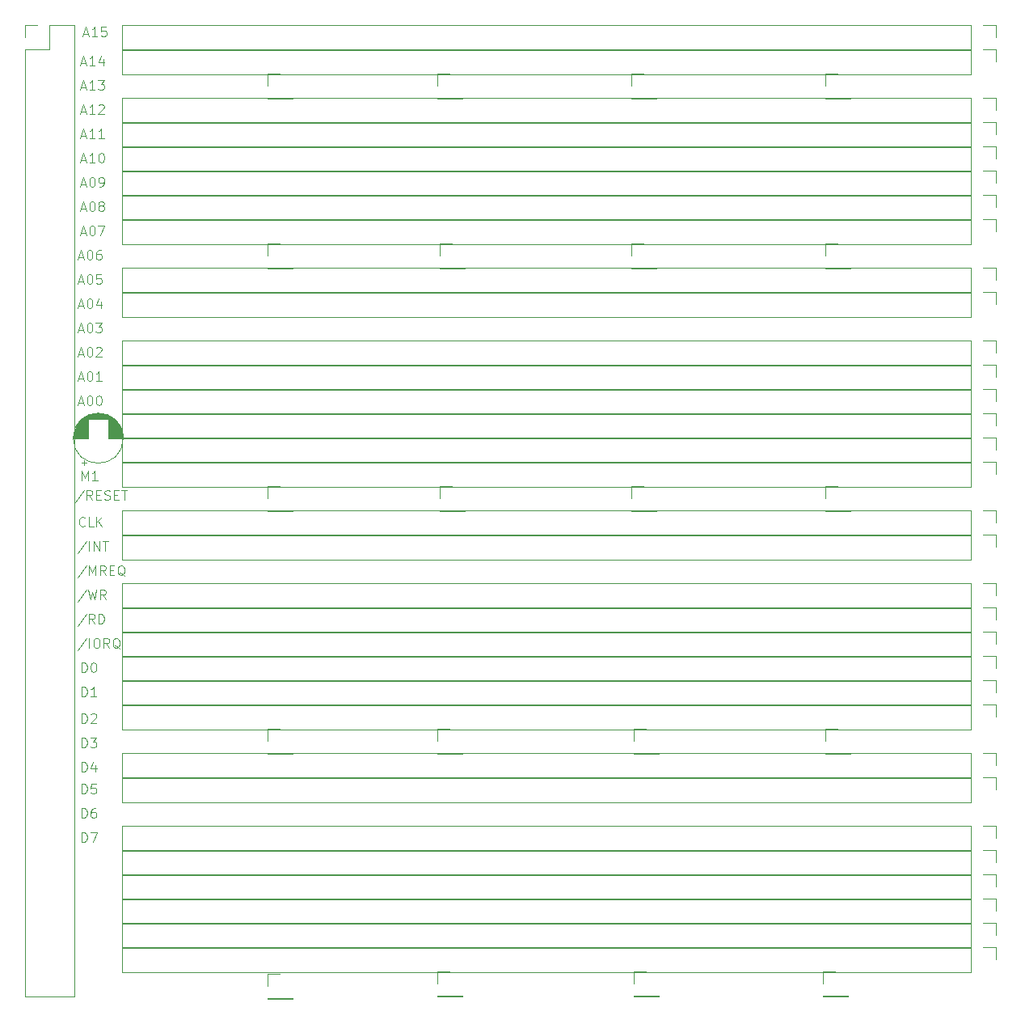
<source format=gbr>
%TF.GenerationSoftware,KiCad,Pcbnew,7.0.11+dfsg-1build4*%
%TF.CreationDate,2024-10-19T09:54:37-03:00*%
%TF.ProjectId,Z5,5a352e6b-6963-4616-945f-706362585858,rev?*%
%TF.SameCoordinates,Original*%
%TF.FileFunction,Legend,Top*%
%TF.FilePolarity,Positive*%
%FSLAX46Y46*%
G04 Gerber Fmt 4.6, Leading zero omitted, Abs format (unit mm)*
G04 Created by KiCad (PCBNEW 7.0.11+dfsg-1build4) date 2024-10-19 09:54:37*
%MOMM*%
%LPD*%
G01*
G04 APERTURE LIST*
%ADD10C,0.100000*%
%ADD11C,0.120000*%
G04 APERTURE END LIST*
D10*
X83361884Y-127634419D02*
X83361884Y-126634419D01*
X83361884Y-126634419D02*
X83599979Y-126634419D01*
X83599979Y-126634419D02*
X83742836Y-126682038D01*
X83742836Y-126682038D02*
X83838074Y-126777276D01*
X83838074Y-126777276D02*
X83885693Y-126872514D01*
X83885693Y-126872514D02*
X83933312Y-127062990D01*
X83933312Y-127062990D02*
X83933312Y-127205847D01*
X83933312Y-127205847D02*
X83885693Y-127396323D01*
X83885693Y-127396323D02*
X83838074Y-127491561D01*
X83838074Y-127491561D02*
X83742836Y-127586800D01*
X83742836Y-127586800D02*
X83599979Y-127634419D01*
X83599979Y-127634419D02*
X83361884Y-127634419D01*
X84266646Y-126634419D02*
X84885693Y-126634419D01*
X84885693Y-126634419D02*
X84552360Y-127015371D01*
X84552360Y-127015371D02*
X84695217Y-127015371D01*
X84695217Y-127015371D02*
X84790455Y-127062990D01*
X84790455Y-127062990D02*
X84838074Y-127110609D01*
X84838074Y-127110609D02*
X84885693Y-127205847D01*
X84885693Y-127205847D02*
X84885693Y-127443942D01*
X84885693Y-127443942D02*
X84838074Y-127539180D01*
X84838074Y-127539180D02*
X84790455Y-127586800D01*
X84790455Y-127586800D02*
X84695217Y-127634419D01*
X84695217Y-127634419D02*
X84409503Y-127634419D01*
X84409503Y-127634419D02*
X84314265Y-127586800D01*
X84314265Y-127586800D02*
X84266646Y-127539180D01*
X83568169Y-100678800D02*
X82711027Y-101964514D01*
X84472931Y-101726419D02*
X84139598Y-101250228D01*
X83901503Y-101726419D02*
X83901503Y-100726419D01*
X83901503Y-100726419D02*
X84282455Y-100726419D01*
X84282455Y-100726419D02*
X84377693Y-100774038D01*
X84377693Y-100774038D02*
X84425312Y-100821657D01*
X84425312Y-100821657D02*
X84472931Y-100916895D01*
X84472931Y-100916895D02*
X84472931Y-101059752D01*
X84472931Y-101059752D02*
X84425312Y-101154990D01*
X84425312Y-101154990D02*
X84377693Y-101202609D01*
X84377693Y-101202609D02*
X84282455Y-101250228D01*
X84282455Y-101250228D02*
X83901503Y-101250228D01*
X84901503Y-101202609D02*
X85234836Y-101202609D01*
X85377693Y-101726419D02*
X84901503Y-101726419D01*
X84901503Y-101726419D02*
X84901503Y-100726419D01*
X84901503Y-100726419D02*
X85377693Y-100726419D01*
X85758646Y-101678800D02*
X85901503Y-101726419D01*
X85901503Y-101726419D02*
X86139598Y-101726419D01*
X86139598Y-101726419D02*
X86234836Y-101678800D01*
X86234836Y-101678800D02*
X86282455Y-101631180D01*
X86282455Y-101631180D02*
X86330074Y-101535942D01*
X86330074Y-101535942D02*
X86330074Y-101440704D01*
X86330074Y-101440704D02*
X86282455Y-101345466D01*
X86282455Y-101345466D02*
X86234836Y-101297847D01*
X86234836Y-101297847D02*
X86139598Y-101250228D01*
X86139598Y-101250228D02*
X85949122Y-101202609D01*
X85949122Y-101202609D02*
X85853884Y-101154990D01*
X85853884Y-101154990D02*
X85806265Y-101107371D01*
X85806265Y-101107371D02*
X85758646Y-101012133D01*
X85758646Y-101012133D02*
X85758646Y-100916895D01*
X85758646Y-100916895D02*
X85806265Y-100821657D01*
X85806265Y-100821657D02*
X85853884Y-100774038D01*
X85853884Y-100774038D02*
X85949122Y-100726419D01*
X85949122Y-100726419D02*
X86187217Y-100726419D01*
X86187217Y-100726419D02*
X86330074Y-100774038D01*
X86758646Y-101202609D02*
X87091979Y-101202609D01*
X87234836Y-101726419D02*
X86758646Y-101726419D01*
X86758646Y-101726419D02*
X86758646Y-100726419D01*
X86758646Y-100726419D02*
X87234836Y-100726419D01*
X87520551Y-100726419D02*
X88091979Y-100726419D01*
X87806265Y-101726419D02*
X87806265Y-100726419D01*
X83314265Y-68674704D02*
X83790455Y-68674704D01*
X83219027Y-68960419D02*
X83552360Y-67960419D01*
X83552360Y-67960419D02*
X83885693Y-68960419D01*
X84409503Y-67960419D02*
X84504741Y-67960419D01*
X84504741Y-67960419D02*
X84599979Y-68008038D01*
X84599979Y-68008038D02*
X84647598Y-68055657D01*
X84647598Y-68055657D02*
X84695217Y-68150895D01*
X84695217Y-68150895D02*
X84742836Y-68341371D01*
X84742836Y-68341371D02*
X84742836Y-68579466D01*
X84742836Y-68579466D02*
X84695217Y-68769942D01*
X84695217Y-68769942D02*
X84647598Y-68865180D01*
X84647598Y-68865180D02*
X84599979Y-68912800D01*
X84599979Y-68912800D02*
X84504741Y-68960419D01*
X84504741Y-68960419D02*
X84409503Y-68960419D01*
X84409503Y-68960419D02*
X84314265Y-68912800D01*
X84314265Y-68912800D02*
X84266646Y-68865180D01*
X84266646Y-68865180D02*
X84219027Y-68769942D01*
X84219027Y-68769942D02*
X84171408Y-68579466D01*
X84171408Y-68579466D02*
X84171408Y-68341371D01*
X84171408Y-68341371D02*
X84219027Y-68150895D01*
X84219027Y-68150895D02*
X84266646Y-68055657D01*
X84266646Y-68055657D02*
X84314265Y-68008038D01*
X84314265Y-68008038D02*
X84409503Y-67960419D01*
X85219027Y-68960419D02*
X85409503Y-68960419D01*
X85409503Y-68960419D02*
X85504741Y-68912800D01*
X85504741Y-68912800D02*
X85552360Y-68865180D01*
X85552360Y-68865180D02*
X85647598Y-68722323D01*
X85647598Y-68722323D02*
X85695217Y-68531847D01*
X85695217Y-68531847D02*
X85695217Y-68150895D01*
X85695217Y-68150895D02*
X85647598Y-68055657D01*
X85647598Y-68055657D02*
X85599979Y-68008038D01*
X85599979Y-68008038D02*
X85504741Y-67960419D01*
X85504741Y-67960419D02*
X85314265Y-67960419D01*
X85314265Y-67960419D02*
X85219027Y-68008038D01*
X85219027Y-68008038D02*
X85171408Y-68055657D01*
X85171408Y-68055657D02*
X85123789Y-68150895D01*
X85123789Y-68150895D02*
X85123789Y-68388990D01*
X85123789Y-68388990D02*
X85171408Y-68484228D01*
X85171408Y-68484228D02*
X85219027Y-68531847D01*
X85219027Y-68531847D02*
X85314265Y-68579466D01*
X85314265Y-68579466D02*
X85504741Y-68579466D01*
X85504741Y-68579466D02*
X85599979Y-68531847D01*
X85599979Y-68531847D02*
X85647598Y-68484228D01*
X85647598Y-68484228D02*
X85695217Y-68388990D01*
X83060265Y-78834704D02*
X83536455Y-78834704D01*
X82965027Y-79120419D02*
X83298360Y-78120419D01*
X83298360Y-78120419D02*
X83631693Y-79120419D01*
X84155503Y-78120419D02*
X84250741Y-78120419D01*
X84250741Y-78120419D02*
X84345979Y-78168038D01*
X84345979Y-78168038D02*
X84393598Y-78215657D01*
X84393598Y-78215657D02*
X84441217Y-78310895D01*
X84441217Y-78310895D02*
X84488836Y-78501371D01*
X84488836Y-78501371D02*
X84488836Y-78739466D01*
X84488836Y-78739466D02*
X84441217Y-78929942D01*
X84441217Y-78929942D02*
X84393598Y-79025180D01*
X84393598Y-79025180D02*
X84345979Y-79072800D01*
X84345979Y-79072800D02*
X84250741Y-79120419D01*
X84250741Y-79120419D02*
X84155503Y-79120419D01*
X84155503Y-79120419D02*
X84060265Y-79072800D01*
X84060265Y-79072800D02*
X84012646Y-79025180D01*
X84012646Y-79025180D02*
X83965027Y-78929942D01*
X83965027Y-78929942D02*
X83917408Y-78739466D01*
X83917408Y-78739466D02*
X83917408Y-78501371D01*
X83917408Y-78501371D02*
X83965027Y-78310895D01*
X83965027Y-78310895D02*
X84012646Y-78215657D01*
X84012646Y-78215657D02*
X84060265Y-78168038D01*
X84060265Y-78168038D02*
X84155503Y-78120419D01*
X85393598Y-78120419D02*
X84917408Y-78120419D01*
X84917408Y-78120419D02*
X84869789Y-78596609D01*
X84869789Y-78596609D02*
X84917408Y-78548990D01*
X84917408Y-78548990D02*
X85012646Y-78501371D01*
X85012646Y-78501371D02*
X85250741Y-78501371D01*
X85250741Y-78501371D02*
X85345979Y-78548990D01*
X85345979Y-78548990D02*
X85393598Y-78596609D01*
X85393598Y-78596609D02*
X85441217Y-78691847D01*
X85441217Y-78691847D02*
X85441217Y-78929942D01*
X85441217Y-78929942D02*
X85393598Y-79025180D01*
X85393598Y-79025180D02*
X85345979Y-79072800D01*
X85345979Y-79072800D02*
X85250741Y-79120419D01*
X85250741Y-79120419D02*
X85012646Y-79120419D01*
X85012646Y-79120419D02*
X84917408Y-79072800D01*
X84917408Y-79072800D02*
X84869789Y-79025180D01*
X83361884Y-125094419D02*
X83361884Y-124094419D01*
X83361884Y-124094419D02*
X83599979Y-124094419D01*
X83599979Y-124094419D02*
X83742836Y-124142038D01*
X83742836Y-124142038D02*
X83838074Y-124237276D01*
X83838074Y-124237276D02*
X83885693Y-124332514D01*
X83885693Y-124332514D02*
X83933312Y-124522990D01*
X83933312Y-124522990D02*
X83933312Y-124665847D01*
X83933312Y-124665847D02*
X83885693Y-124856323D01*
X83885693Y-124856323D02*
X83838074Y-124951561D01*
X83838074Y-124951561D02*
X83742836Y-125046800D01*
X83742836Y-125046800D02*
X83599979Y-125094419D01*
X83599979Y-125094419D02*
X83361884Y-125094419D01*
X84314265Y-124189657D02*
X84361884Y-124142038D01*
X84361884Y-124142038D02*
X84457122Y-124094419D01*
X84457122Y-124094419D02*
X84695217Y-124094419D01*
X84695217Y-124094419D02*
X84790455Y-124142038D01*
X84790455Y-124142038D02*
X84838074Y-124189657D01*
X84838074Y-124189657D02*
X84885693Y-124284895D01*
X84885693Y-124284895D02*
X84885693Y-124380133D01*
X84885693Y-124380133D02*
X84838074Y-124522990D01*
X84838074Y-124522990D02*
X84266646Y-125094419D01*
X84266646Y-125094419D02*
X84885693Y-125094419D01*
X83361884Y-122300419D02*
X83361884Y-121300419D01*
X83361884Y-121300419D02*
X83599979Y-121300419D01*
X83599979Y-121300419D02*
X83742836Y-121348038D01*
X83742836Y-121348038D02*
X83838074Y-121443276D01*
X83838074Y-121443276D02*
X83885693Y-121538514D01*
X83885693Y-121538514D02*
X83933312Y-121728990D01*
X83933312Y-121728990D02*
X83933312Y-121871847D01*
X83933312Y-121871847D02*
X83885693Y-122062323D01*
X83885693Y-122062323D02*
X83838074Y-122157561D01*
X83838074Y-122157561D02*
X83742836Y-122252800D01*
X83742836Y-122252800D02*
X83599979Y-122300419D01*
X83599979Y-122300419D02*
X83361884Y-122300419D01*
X84885693Y-122300419D02*
X84314265Y-122300419D01*
X84599979Y-122300419D02*
X84599979Y-121300419D01*
X84599979Y-121300419D02*
X84504741Y-121443276D01*
X84504741Y-121443276D02*
X84409503Y-121538514D01*
X84409503Y-121538514D02*
X84314265Y-121586133D01*
X83314265Y-71214704D02*
X83790455Y-71214704D01*
X83219027Y-71500419D02*
X83552360Y-70500419D01*
X83552360Y-70500419D02*
X83885693Y-71500419D01*
X84409503Y-70500419D02*
X84504741Y-70500419D01*
X84504741Y-70500419D02*
X84599979Y-70548038D01*
X84599979Y-70548038D02*
X84647598Y-70595657D01*
X84647598Y-70595657D02*
X84695217Y-70690895D01*
X84695217Y-70690895D02*
X84742836Y-70881371D01*
X84742836Y-70881371D02*
X84742836Y-71119466D01*
X84742836Y-71119466D02*
X84695217Y-71309942D01*
X84695217Y-71309942D02*
X84647598Y-71405180D01*
X84647598Y-71405180D02*
X84599979Y-71452800D01*
X84599979Y-71452800D02*
X84504741Y-71500419D01*
X84504741Y-71500419D02*
X84409503Y-71500419D01*
X84409503Y-71500419D02*
X84314265Y-71452800D01*
X84314265Y-71452800D02*
X84266646Y-71405180D01*
X84266646Y-71405180D02*
X84219027Y-71309942D01*
X84219027Y-71309942D02*
X84171408Y-71119466D01*
X84171408Y-71119466D02*
X84171408Y-70881371D01*
X84171408Y-70881371D02*
X84219027Y-70690895D01*
X84219027Y-70690895D02*
X84266646Y-70595657D01*
X84266646Y-70595657D02*
X84314265Y-70548038D01*
X84314265Y-70548038D02*
X84409503Y-70500419D01*
X85314265Y-70928990D02*
X85219027Y-70881371D01*
X85219027Y-70881371D02*
X85171408Y-70833752D01*
X85171408Y-70833752D02*
X85123789Y-70738514D01*
X85123789Y-70738514D02*
X85123789Y-70690895D01*
X85123789Y-70690895D02*
X85171408Y-70595657D01*
X85171408Y-70595657D02*
X85219027Y-70548038D01*
X85219027Y-70548038D02*
X85314265Y-70500419D01*
X85314265Y-70500419D02*
X85504741Y-70500419D01*
X85504741Y-70500419D02*
X85599979Y-70548038D01*
X85599979Y-70548038D02*
X85647598Y-70595657D01*
X85647598Y-70595657D02*
X85695217Y-70690895D01*
X85695217Y-70690895D02*
X85695217Y-70738514D01*
X85695217Y-70738514D02*
X85647598Y-70833752D01*
X85647598Y-70833752D02*
X85599979Y-70881371D01*
X85599979Y-70881371D02*
X85504741Y-70928990D01*
X85504741Y-70928990D02*
X85314265Y-70928990D01*
X85314265Y-70928990D02*
X85219027Y-70976609D01*
X85219027Y-70976609D02*
X85171408Y-71024228D01*
X85171408Y-71024228D02*
X85123789Y-71119466D01*
X85123789Y-71119466D02*
X85123789Y-71309942D01*
X85123789Y-71309942D02*
X85171408Y-71405180D01*
X85171408Y-71405180D02*
X85219027Y-71452800D01*
X85219027Y-71452800D02*
X85314265Y-71500419D01*
X85314265Y-71500419D02*
X85504741Y-71500419D01*
X85504741Y-71500419D02*
X85599979Y-71452800D01*
X85599979Y-71452800D02*
X85647598Y-71405180D01*
X85647598Y-71405180D02*
X85695217Y-71309942D01*
X85695217Y-71309942D02*
X85695217Y-71119466D01*
X85695217Y-71119466D02*
X85647598Y-71024228D01*
X85647598Y-71024228D02*
X85599979Y-70976609D01*
X85599979Y-70976609D02*
X85504741Y-70928990D01*
X83060265Y-81374704D02*
X83536455Y-81374704D01*
X82965027Y-81660419D02*
X83298360Y-80660419D01*
X83298360Y-80660419D02*
X83631693Y-81660419D01*
X84155503Y-80660419D02*
X84250741Y-80660419D01*
X84250741Y-80660419D02*
X84345979Y-80708038D01*
X84345979Y-80708038D02*
X84393598Y-80755657D01*
X84393598Y-80755657D02*
X84441217Y-80850895D01*
X84441217Y-80850895D02*
X84488836Y-81041371D01*
X84488836Y-81041371D02*
X84488836Y-81279466D01*
X84488836Y-81279466D02*
X84441217Y-81469942D01*
X84441217Y-81469942D02*
X84393598Y-81565180D01*
X84393598Y-81565180D02*
X84345979Y-81612800D01*
X84345979Y-81612800D02*
X84250741Y-81660419D01*
X84250741Y-81660419D02*
X84155503Y-81660419D01*
X84155503Y-81660419D02*
X84060265Y-81612800D01*
X84060265Y-81612800D02*
X84012646Y-81565180D01*
X84012646Y-81565180D02*
X83965027Y-81469942D01*
X83965027Y-81469942D02*
X83917408Y-81279466D01*
X83917408Y-81279466D02*
X83917408Y-81041371D01*
X83917408Y-81041371D02*
X83965027Y-80850895D01*
X83965027Y-80850895D02*
X84012646Y-80755657D01*
X84012646Y-80755657D02*
X84060265Y-80708038D01*
X84060265Y-80708038D02*
X84155503Y-80660419D01*
X85345979Y-80993752D02*
X85345979Y-81660419D01*
X85107884Y-80612800D02*
X84869789Y-81327085D01*
X84869789Y-81327085D02*
X85488836Y-81327085D01*
X83314265Y-58514704D02*
X83790455Y-58514704D01*
X83219027Y-58800419D02*
X83552360Y-57800419D01*
X83552360Y-57800419D02*
X83885693Y-58800419D01*
X84742836Y-58800419D02*
X84171408Y-58800419D01*
X84457122Y-58800419D02*
X84457122Y-57800419D01*
X84457122Y-57800419D02*
X84361884Y-57943276D01*
X84361884Y-57943276D02*
X84266646Y-58038514D01*
X84266646Y-58038514D02*
X84171408Y-58086133D01*
X85076170Y-57800419D02*
X85695217Y-57800419D01*
X85695217Y-57800419D02*
X85361884Y-58181371D01*
X85361884Y-58181371D02*
X85504741Y-58181371D01*
X85504741Y-58181371D02*
X85599979Y-58228990D01*
X85599979Y-58228990D02*
X85647598Y-58276609D01*
X85647598Y-58276609D02*
X85695217Y-58371847D01*
X85695217Y-58371847D02*
X85695217Y-58609942D01*
X85695217Y-58609942D02*
X85647598Y-58705180D01*
X85647598Y-58705180D02*
X85599979Y-58752800D01*
X85599979Y-58752800D02*
X85504741Y-58800419D01*
X85504741Y-58800419D02*
X85219027Y-58800419D01*
X85219027Y-58800419D02*
X85123789Y-58752800D01*
X85123789Y-58752800D02*
X85076170Y-58705180D01*
X83822169Y-111092800D02*
X82965027Y-112378514D01*
X84060265Y-111140419D02*
X84298360Y-112140419D01*
X84298360Y-112140419D02*
X84488836Y-111426133D01*
X84488836Y-111426133D02*
X84679312Y-112140419D01*
X84679312Y-112140419D02*
X84917408Y-111140419D01*
X85869788Y-112140419D02*
X85536455Y-111664228D01*
X85298360Y-112140419D02*
X85298360Y-111140419D01*
X85298360Y-111140419D02*
X85679312Y-111140419D01*
X85679312Y-111140419D02*
X85774550Y-111188038D01*
X85774550Y-111188038D02*
X85822169Y-111235657D01*
X85822169Y-111235657D02*
X85869788Y-111330895D01*
X85869788Y-111330895D02*
X85869788Y-111473752D01*
X85869788Y-111473752D02*
X85822169Y-111568990D01*
X85822169Y-111568990D02*
X85774550Y-111616609D01*
X85774550Y-111616609D02*
X85679312Y-111664228D01*
X85679312Y-111664228D02*
X85298360Y-111664228D01*
X83060265Y-88994704D02*
X83536455Y-88994704D01*
X82965027Y-89280419D02*
X83298360Y-88280419D01*
X83298360Y-88280419D02*
X83631693Y-89280419D01*
X84155503Y-88280419D02*
X84250741Y-88280419D01*
X84250741Y-88280419D02*
X84345979Y-88328038D01*
X84345979Y-88328038D02*
X84393598Y-88375657D01*
X84393598Y-88375657D02*
X84441217Y-88470895D01*
X84441217Y-88470895D02*
X84488836Y-88661371D01*
X84488836Y-88661371D02*
X84488836Y-88899466D01*
X84488836Y-88899466D02*
X84441217Y-89089942D01*
X84441217Y-89089942D02*
X84393598Y-89185180D01*
X84393598Y-89185180D02*
X84345979Y-89232800D01*
X84345979Y-89232800D02*
X84250741Y-89280419D01*
X84250741Y-89280419D02*
X84155503Y-89280419D01*
X84155503Y-89280419D02*
X84060265Y-89232800D01*
X84060265Y-89232800D02*
X84012646Y-89185180D01*
X84012646Y-89185180D02*
X83965027Y-89089942D01*
X83965027Y-89089942D02*
X83917408Y-88899466D01*
X83917408Y-88899466D02*
X83917408Y-88661371D01*
X83917408Y-88661371D02*
X83965027Y-88470895D01*
X83965027Y-88470895D02*
X84012646Y-88375657D01*
X84012646Y-88375657D02*
X84060265Y-88328038D01*
X84060265Y-88328038D02*
X84155503Y-88280419D01*
X85441217Y-89280419D02*
X84869789Y-89280419D01*
X85155503Y-89280419D02*
X85155503Y-88280419D01*
X85155503Y-88280419D02*
X85060265Y-88423276D01*
X85060265Y-88423276D02*
X84965027Y-88518514D01*
X84965027Y-88518514D02*
X84869789Y-88566133D01*
X83822169Y-108552800D02*
X82965027Y-109838514D01*
X84155503Y-109600419D02*
X84155503Y-108600419D01*
X84155503Y-108600419D02*
X84488836Y-109314704D01*
X84488836Y-109314704D02*
X84822169Y-108600419D01*
X84822169Y-108600419D02*
X84822169Y-109600419D01*
X85869788Y-109600419D02*
X85536455Y-109124228D01*
X85298360Y-109600419D02*
X85298360Y-108600419D01*
X85298360Y-108600419D02*
X85679312Y-108600419D01*
X85679312Y-108600419D02*
X85774550Y-108648038D01*
X85774550Y-108648038D02*
X85822169Y-108695657D01*
X85822169Y-108695657D02*
X85869788Y-108790895D01*
X85869788Y-108790895D02*
X85869788Y-108933752D01*
X85869788Y-108933752D02*
X85822169Y-109028990D01*
X85822169Y-109028990D02*
X85774550Y-109076609D01*
X85774550Y-109076609D02*
X85679312Y-109124228D01*
X85679312Y-109124228D02*
X85298360Y-109124228D01*
X86298360Y-109076609D02*
X86631693Y-109076609D01*
X86774550Y-109600419D02*
X86298360Y-109600419D01*
X86298360Y-109600419D02*
X86298360Y-108600419D01*
X86298360Y-108600419D02*
X86774550Y-108600419D01*
X87869788Y-109695657D02*
X87774550Y-109648038D01*
X87774550Y-109648038D02*
X87679312Y-109552800D01*
X87679312Y-109552800D02*
X87536455Y-109409942D01*
X87536455Y-109409942D02*
X87441217Y-109362323D01*
X87441217Y-109362323D02*
X87345979Y-109362323D01*
X87393598Y-109600419D02*
X87298360Y-109552800D01*
X87298360Y-109552800D02*
X87203122Y-109457561D01*
X87203122Y-109457561D02*
X87155503Y-109267085D01*
X87155503Y-109267085D02*
X87155503Y-108933752D01*
X87155503Y-108933752D02*
X87203122Y-108743276D01*
X87203122Y-108743276D02*
X87298360Y-108648038D01*
X87298360Y-108648038D02*
X87393598Y-108600419D01*
X87393598Y-108600419D02*
X87584074Y-108600419D01*
X87584074Y-108600419D02*
X87679312Y-108648038D01*
X87679312Y-108648038D02*
X87774550Y-108743276D01*
X87774550Y-108743276D02*
X87822169Y-108933752D01*
X87822169Y-108933752D02*
X87822169Y-109267085D01*
X87822169Y-109267085D02*
X87774550Y-109457561D01*
X87774550Y-109457561D02*
X87679312Y-109552800D01*
X87679312Y-109552800D02*
X87584074Y-109600419D01*
X87584074Y-109600419D02*
X87393598Y-109600419D01*
X83060265Y-86454704D02*
X83536455Y-86454704D01*
X82965027Y-86740419D02*
X83298360Y-85740419D01*
X83298360Y-85740419D02*
X83631693Y-86740419D01*
X84155503Y-85740419D02*
X84250741Y-85740419D01*
X84250741Y-85740419D02*
X84345979Y-85788038D01*
X84345979Y-85788038D02*
X84393598Y-85835657D01*
X84393598Y-85835657D02*
X84441217Y-85930895D01*
X84441217Y-85930895D02*
X84488836Y-86121371D01*
X84488836Y-86121371D02*
X84488836Y-86359466D01*
X84488836Y-86359466D02*
X84441217Y-86549942D01*
X84441217Y-86549942D02*
X84393598Y-86645180D01*
X84393598Y-86645180D02*
X84345979Y-86692800D01*
X84345979Y-86692800D02*
X84250741Y-86740419D01*
X84250741Y-86740419D02*
X84155503Y-86740419D01*
X84155503Y-86740419D02*
X84060265Y-86692800D01*
X84060265Y-86692800D02*
X84012646Y-86645180D01*
X84012646Y-86645180D02*
X83965027Y-86549942D01*
X83965027Y-86549942D02*
X83917408Y-86359466D01*
X83917408Y-86359466D02*
X83917408Y-86121371D01*
X83917408Y-86121371D02*
X83965027Y-85930895D01*
X83965027Y-85930895D02*
X84012646Y-85835657D01*
X84012646Y-85835657D02*
X84060265Y-85788038D01*
X84060265Y-85788038D02*
X84155503Y-85740419D01*
X84869789Y-85835657D02*
X84917408Y-85788038D01*
X84917408Y-85788038D02*
X85012646Y-85740419D01*
X85012646Y-85740419D02*
X85250741Y-85740419D01*
X85250741Y-85740419D02*
X85345979Y-85788038D01*
X85345979Y-85788038D02*
X85393598Y-85835657D01*
X85393598Y-85835657D02*
X85441217Y-85930895D01*
X85441217Y-85930895D02*
X85441217Y-86026133D01*
X85441217Y-86026133D02*
X85393598Y-86168990D01*
X85393598Y-86168990D02*
X84822170Y-86740419D01*
X84822170Y-86740419D02*
X85441217Y-86740419D01*
X83314265Y-55974704D02*
X83790455Y-55974704D01*
X83219027Y-56260419D02*
X83552360Y-55260419D01*
X83552360Y-55260419D02*
X83885693Y-56260419D01*
X84742836Y-56260419D02*
X84171408Y-56260419D01*
X84457122Y-56260419D02*
X84457122Y-55260419D01*
X84457122Y-55260419D02*
X84361884Y-55403276D01*
X84361884Y-55403276D02*
X84266646Y-55498514D01*
X84266646Y-55498514D02*
X84171408Y-55546133D01*
X85599979Y-55593752D02*
X85599979Y-56260419D01*
X85361884Y-55212800D02*
X85123789Y-55927085D01*
X85123789Y-55927085D02*
X85742836Y-55927085D01*
X83822169Y-116172800D02*
X82965027Y-117458514D01*
X84155503Y-117220419D02*
X84155503Y-116220419D01*
X84822169Y-116220419D02*
X85012645Y-116220419D01*
X85012645Y-116220419D02*
X85107883Y-116268038D01*
X85107883Y-116268038D02*
X85203121Y-116363276D01*
X85203121Y-116363276D02*
X85250740Y-116553752D01*
X85250740Y-116553752D02*
X85250740Y-116887085D01*
X85250740Y-116887085D02*
X85203121Y-117077561D01*
X85203121Y-117077561D02*
X85107883Y-117172800D01*
X85107883Y-117172800D02*
X85012645Y-117220419D01*
X85012645Y-117220419D02*
X84822169Y-117220419D01*
X84822169Y-117220419D02*
X84726931Y-117172800D01*
X84726931Y-117172800D02*
X84631693Y-117077561D01*
X84631693Y-117077561D02*
X84584074Y-116887085D01*
X84584074Y-116887085D02*
X84584074Y-116553752D01*
X84584074Y-116553752D02*
X84631693Y-116363276D01*
X84631693Y-116363276D02*
X84726931Y-116268038D01*
X84726931Y-116268038D02*
X84822169Y-116220419D01*
X86250740Y-117220419D02*
X85917407Y-116744228D01*
X85679312Y-117220419D02*
X85679312Y-116220419D01*
X85679312Y-116220419D02*
X86060264Y-116220419D01*
X86060264Y-116220419D02*
X86155502Y-116268038D01*
X86155502Y-116268038D02*
X86203121Y-116315657D01*
X86203121Y-116315657D02*
X86250740Y-116410895D01*
X86250740Y-116410895D02*
X86250740Y-116553752D01*
X86250740Y-116553752D02*
X86203121Y-116648990D01*
X86203121Y-116648990D02*
X86155502Y-116696609D01*
X86155502Y-116696609D02*
X86060264Y-116744228D01*
X86060264Y-116744228D02*
X85679312Y-116744228D01*
X87345978Y-117315657D02*
X87250740Y-117268038D01*
X87250740Y-117268038D02*
X87155502Y-117172800D01*
X87155502Y-117172800D02*
X87012645Y-117029942D01*
X87012645Y-117029942D02*
X86917407Y-116982323D01*
X86917407Y-116982323D02*
X86822169Y-116982323D01*
X86869788Y-117220419D02*
X86774550Y-117172800D01*
X86774550Y-117172800D02*
X86679312Y-117077561D01*
X86679312Y-117077561D02*
X86631693Y-116887085D01*
X86631693Y-116887085D02*
X86631693Y-116553752D01*
X86631693Y-116553752D02*
X86679312Y-116363276D01*
X86679312Y-116363276D02*
X86774550Y-116268038D01*
X86774550Y-116268038D02*
X86869788Y-116220419D01*
X86869788Y-116220419D02*
X87060264Y-116220419D01*
X87060264Y-116220419D02*
X87155502Y-116268038D01*
X87155502Y-116268038D02*
X87250740Y-116363276D01*
X87250740Y-116363276D02*
X87298359Y-116553752D01*
X87298359Y-116553752D02*
X87298359Y-116887085D01*
X87298359Y-116887085D02*
X87250740Y-117077561D01*
X87250740Y-117077561D02*
X87155502Y-117172800D01*
X87155502Y-117172800D02*
X87060264Y-117220419D01*
X87060264Y-117220419D02*
X86869788Y-117220419D01*
X83568265Y-52926704D02*
X84044455Y-52926704D01*
X83473027Y-53212419D02*
X83806360Y-52212419D01*
X83806360Y-52212419D02*
X84139693Y-53212419D01*
X84996836Y-53212419D02*
X84425408Y-53212419D01*
X84711122Y-53212419D02*
X84711122Y-52212419D01*
X84711122Y-52212419D02*
X84615884Y-52355276D01*
X84615884Y-52355276D02*
X84520646Y-52450514D01*
X84520646Y-52450514D02*
X84425408Y-52498133D01*
X85901598Y-52212419D02*
X85425408Y-52212419D01*
X85425408Y-52212419D02*
X85377789Y-52688609D01*
X85377789Y-52688609D02*
X85425408Y-52640990D01*
X85425408Y-52640990D02*
X85520646Y-52593371D01*
X85520646Y-52593371D02*
X85758741Y-52593371D01*
X85758741Y-52593371D02*
X85853979Y-52640990D01*
X85853979Y-52640990D02*
X85901598Y-52688609D01*
X85901598Y-52688609D02*
X85949217Y-52783847D01*
X85949217Y-52783847D02*
X85949217Y-53021942D01*
X85949217Y-53021942D02*
X85901598Y-53117180D01*
X85901598Y-53117180D02*
X85853979Y-53164800D01*
X85853979Y-53164800D02*
X85758741Y-53212419D01*
X85758741Y-53212419D02*
X85520646Y-53212419D01*
X85520646Y-53212419D02*
X85425408Y-53164800D01*
X85425408Y-53164800D02*
X85377789Y-53117180D01*
X83822169Y-106012800D02*
X82965027Y-107298514D01*
X84155503Y-107060419D02*
X84155503Y-106060419D01*
X84631693Y-107060419D02*
X84631693Y-106060419D01*
X84631693Y-106060419D02*
X85203121Y-107060419D01*
X85203121Y-107060419D02*
X85203121Y-106060419D01*
X85536455Y-106060419D02*
X86107883Y-106060419D01*
X85822169Y-107060419D02*
X85822169Y-106060419D01*
X83361884Y-119760419D02*
X83361884Y-118760419D01*
X83361884Y-118760419D02*
X83599979Y-118760419D01*
X83599979Y-118760419D02*
X83742836Y-118808038D01*
X83742836Y-118808038D02*
X83838074Y-118903276D01*
X83838074Y-118903276D02*
X83885693Y-118998514D01*
X83885693Y-118998514D02*
X83933312Y-119188990D01*
X83933312Y-119188990D02*
X83933312Y-119331847D01*
X83933312Y-119331847D02*
X83885693Y-119522323D01*
X83885693Y-119522323D02*
X83838074Y-119617561D01*
X83838074Y-119617561D02*
X83742836Y-119712800D01*
X83742836Y-119712800D02*
X83599979Y-119760419D01*
X83599979Y-119760419D02*
X83361884Y-119760419D01*
X84552360Y-118760419D02*
X84647598Y-118760419D01*
X84647598Y-118760419D02*
X84742836Y-118808038D01*
X84742836Y-118808038D02*
X84790455Y-118855657D01*
X84790455Y-118855657D02*
X84838074Y-118950895D01*
X84838074Y-118950895D02*
X84885693Y-119141371D01*
X84885693Y-119141371D02*
X84885693Y-119379466D01*
X84885693Y-119379466D02*
X84838074Y-119569942D01*
X84838074Y-119569942D02*
X84790455Y-119665180D01*
X84790455Y-119665180D02*
X84742836Y-119712800D01*
X84742836Y-119712800D02*
X84647598Y-119760419D01*
X84647598Y-119760419D02*
X84552360Y-119760419D01*
X84552360Y-119760419D02*
X84457122Y-119712800D01*
X84457122Y-119712800D02*
X84409503Y-119665180D01*
X84409503Y-119665180D02*
X84361884Y-119569942D01*
X84361884Y-119569942D02*
X84314265Y-119379466D01*
X84314265Y-119379466D02*
X84314265Y-119141371D01*
X84314265Y-119141371D02*
X84361884Y-118950895D01*
X84361884Y-118950895D02*
X84409503Y-118855657D01*
X84409503Y-118855657D02*
X84457122Y-118808038D01*
X84457122Y-118808038D02*
X84552360Y-118760419D01*
X83679312Y-104425180D02*
X83631693Y-104472800D01*
X83631693Y-104472800D02*
X83488836Y-104520419D01*
X83488836Y-104520419D02*
X83393598Y-104520419D01*
X83393598Y-104520419D02*
X83250741Y-104472800D01*
X83250741Y-104472800D02*
X83155503Y-104377561D01*
X83155503Y-104377561D02*
X83107884Y-104282323D01*
X83107884Y-104282323D02*
X83060265Y-104091847D01*
X83060265Y-104091847D02*
X83060265Y-103948990D01*
X83060265Y-103948990D02*
X83107884Y-103758514D01*
X83107884Y-103758514D02*
X83155503Y-103663276D01*
X83155503Y-103663276D02*
X83250741Y-103568038D01*
X83250741Y-103568038D02*
X83393598Y-103520419D01*
X83393598Y-103520419D02*
X83488836Y-103520419D01*
X83488836Y-103520419D02*
X83631693Y-103568038D01*
X83631693Y-103568038D02*
X83679312Y-103615657D01*
X84584074Y-104520419D02*
X84107884Y-104520419D01*
X84107884Y-104520419D02*
X84107884Y-103520419D01*
X84917408Y-104520419D02*
X84917408Y-103520419D01*
X85488836Y-104520419D02*
X85060265Y-103948990D01*
X85488836Y-103520419D02*
X84917408Y-104091847D01*
X83822169Y-113632800D02*
X82965027Y-114918514D01*
X84726931Y-114680419D02*
X84393598Y-114204228D01*
X84155503Y-114680419D02*
X84155503Y-113680419D01*
X84155503Y-113680419D02*
X84536455Y-113680419D01*
X84536455Y-113680419D02*
X84631693Y-113728038D01*
X84631693Y-113728038D02*
X84679312Y-113775657D01*
X84679312Y-113775657D02*
X84726931Y-113870895D01*
X84726931Y-113870895D02*
X84726931Y-114013752D01*
X84726931Y-114013752D02*
X84679312Y-114108990D01*
X84679312Y-114108990D02*
X84631693Y-114156609D01*
X84631693Y-114156609D02*
X84536455Y-114204228D01*
X84536455Y-114204228D02*
X84155503Y-114204228D01*
X85155503Y-114680419D02*
X85155503Y-113680419D01*
X85155503Y-113680419D02*
X85393598Y-113680419D01*
X85393598Y-113680419D02*
X85536455Y-113728038D01*
X85536455Y-113728038D02*
X85631693Y-113823276D01*
X85631693Y-113823276D02*
X85679312Y-113918514D01*
X85679312Y-113918514D02*
X85726931Y-114108990D01*
X85726931Y-114108990D02*
X85726931Y-114251847D01*
X85726931Y-114251847D02*
X85679312Y-114442323D01*
X85679312Y-114442323D02*
X85631693Y-114537561D01*
X85631693Y-114537561D02*
X85536455Y-114632800D01*
X85536455Y-114632800D02*
X85393598Y-114680419D01*
X85393598Y-114680419D02*
X85155503Y-114680419D01*
X83060265Y-83914704D02*
X83536455Y-83914704D01*
X82965027Y-84200419D02*
X83298360Y-83200419D01*
X83298360Y-83200419D02*
X83631693Y-84200419D01*
X84155503Y-83200419D02*
X84250741Y-83200419D01*
X84250741Y-83200419D02*
X84345979Y-83248038D01*
X84345979Y-83248038D02*
X84393598Y-83295657D01*
X84393598Y-83295657D02*
X84441217Y-83390895D01*
X84441217Y-83390895D02*
X84488836Y-83581371D01*
X84488836Y-83581371D02*
X84488836Y-83819466D01*
X84488836Y-83819466D02*
X84441217Y-84009942D01*
X84441217Y-84009942D02*
X84393598Y-84105180D01*
X84393598Y-84105180D02*
X84345979Y-84152800D01*
X84345979Y-84152800D02*
X84250741Y-84200419D01*
X84250741Y-84200419D02*
X84155503Y-84200419D01*
X84155503Y-84200419D02*
X84060265Y-84152800D01*
X84060265Y-84152800D02*
X84012646Y-84105180D01*
X84012646Y-84105180D02*
X83965027Y-84009942D01*
X83965027Y-84009942D02*
X83917408Y-83819466D01*
X83917408Y-83819466D02*
X83917408Y-83581371D01*
X83917408Y-83581371D02*
X83965027Y-83390895D01*
X83965027Y-83390895D02*
X84012646Y-83295657D01*
X84012646Y-83295657D02*
X84060265Y-83248038D01*
X84060265Y-83248038D02*
X84155503Y-83200419D01*
X84822170Y-83200419D02*
X85441217Y-83200419D01*
X85441217Y-83200419D02*
X85107884Y-83581371D01*
X85107884Y-83581371D02*
X85250741Y-83581371D01*
X85250741Y-83581371D02*
X85345979Y-83628990D01*
X85345979Y-83628990D02*
X85393598Y-83676609D01*
X85393598Y-83676609D02*
X85441217Y-83771847D01*
X85441217Y-83771847D02*
X85441217Y-84009942D01*
X85441217Y-84009942D02*
X85393598Y-84105180D01*
X85393598Y-84105180D02*
X85345979Y-84152800D01*
X85345979Y-84152800D02*
X85250741Y-84200419D01*
X85250741Y-84200419D02*
X84965027Y-84200419D01*
X84965027Y-84200419D02*
X84869789Y-84152800D01*
X84869789Y-84152800D02*
X84822170Y-84105180D01*
X83361884Y-137540419D02*
X83361884Y-136540419D01*
X83361884Y-136540419D02*
X83599979Y-136540419D01*
X83599979Y-136540419D02*
X83742836Y-136588038D01*
X83742836Y-136588038D02*
X83838074Y-136683276D01*
X83838074Y-136683276D02*
X83885693Y-136778514D01*
X83885693Y-136778514D02*
X83933312Y-136968990D01*
X83933312Y-136968990D02*
X83933312Y-137111847D01*
X83933312Y-137111847D02*
X83885693Y-137302323D01*
X83885693Y-137302323D02*
X83838074Y-137397561D01*
X83838074Y-137397561D02*
X83742836Y-137492800D01*
X83742836Y-137492800D02*
X83599979Y-137540419D01*
X83599979Y-137540419D02*
X83361884Y-137540419D01*
X84266646Y-136540419D02*
X84933312Y-136540419D01*
X84933312Y-136540419D02*
X84504741Y-137540419D01*
X83361884Y-132460419D02*
X83361884Y-131460419D01*
X83361884Y-131460419D02*
X83599979Y-131460419D01*
X83599979Y-131460419D02*
X83742836Y-131508038D01*
X83742836Y-131508038D02*
X83838074Y-131603276D01*
X83838074Y-131603276D02*
X83885693Y-131698514D01*
X83885693Y-131698514D02*
X83933312Y-131888990D01*
X83933312Y-131888990D02*
X83933312Y-132031847D01*
X83933312Y-132031847D02*
X83885693Y-132222323D01*
X83885693Y-132222323D02*
X83838074Y-132317561D01*
X83838074Y-132317561D02*
X83742836Y-132412800D01*
X83742836Y-132412800D02*
X83599979Y-132460419D01*
X83599979Y-132460419D02*
X83361884Y-132460419D01*
X84838074Y-131460419D02*
X84361884Y-131460419D01*
X84361884Y-131460419D02*
X84314265Y-131936609D01*
X84314265Y-131936609D02*
X84361884Y-131888990D01*
X84361884Y-131888990D02*
X84457122Y-131841371D01*
X84457122Y-131841371D02*
X84695217Y-131841371D01*
X84695217Y-131841371D02*
X84790455Y-131888990D01*
X84790455Y-131888990D02*
X84838074Y-131936609D01*
X84838074Y-131936609D02*
X84885693Y-132031847D01*
X84885693Y-132031847D02*
X84885693Y-132269942D01*
X84885693Y-132269942D02*
X84838074Y-132365180D01*
X84838074Y-132365180D02*
X84790455Y-132412800D01*
X84790455Y-132412800D02*
X84695217Y-132460419D01*
X84695217Y-132460419D02*
X84457122Y-132460419D01*
X84457122Y-132460419D02*
X84361884Y-132412800D01*
X84361884Y-132412800D02*
X84314265Y-132365180D01*
X83060265Y-91534704D02*
X83536455Y-91534704D01*
X82965027Y-91820419D02*
X83298360Y-90820419D01*
X83298360Y-90820419D02*
X83631693Y-91820419D01*
X84155503Y-90820419D02*
X84250741Y-90820419D01*
X84250741Y-90820419D02*
X84345979Y-90868038D01*
X84345979Y-90868038D02*
X84393598Y-90915657D01*
X84393598Y-90915657D02*
X84441217Y-91010895D01*
X84441217Y-91010895D02*
X84488836Y-91201371D01*
X84488836Y-91201371D02*
X84488836Y-91439466D01*
X84488836Y-91439466D02*
X84441217Y-91629942D01*
X84441217Y-91629942D02*
X84393598Y-91725180D01*
X84393598Y-91725180D02*
X84345979Y-91772800D01*
X84345979Y-91772800D02*
X84250741Y-91820419D01*
X84250741Y-91820419D02*
X84155503Y-91820419D01*
X84155503Y-91820419D02*
X84060265Y-91772800D01*
X84060265Y-91772800D02*
X84012646Y-91725180D01*
X84012646Y-91725180D02*
X83965027Y-91629942D01*
X83965027Y-91629942D02*
X83917408Y-91439466D01*
X83917408Y-91439466D02*
X83917408Y-91201371D01*
X83917408Y-91201371D02*
X83965027Y-91010895D01*
X83965027Y-91010895D02*
X84012646Y-90915657D01*
X84012646Y-90915657D02*
X84060265Y-90868038D01*
X84060265Y-90868038D02*
X84155503Y-90820419D01*
X85107884Y-90820419D02*
X85203122Y-90820419D01*
X85203122Y-90820419D02*
X85298360Y-90868038D01*
X85298360Y-90868038D02*
X85345979Y-90915657D01*
X85345979Y-90915657D02*
X85393598Y-91010895D01*
X85393598Y-91010895D02*
X85441217Y-91201371D01*
X85441217Y-91201371D02*
X85441217Y-91439466D01*
X85441217Y-91439466D02*
X85393598Y-91629942D01*
X85393598Y-91629942D02*
X85345979Y-91725180D01*
X85345979Y-91725180D02*
X85298360Y-91772800D01*
X85298360Y-91772800D02*
X85203122Y-91820419D01*
X85203122Y-91820419D02*
X85107884Y-91820419D01*
X85107884Y-91820419D02*
X85012646Y-91772800D01*
X85012646Y-91772800D02*
X84965027Y-91725180D01*
X84965027Y-91725180D02*
X84917408Y-91629942D01*
X84917408Y-91629942D02*
X84869789Y-91439466D01*
X84869789Y-91439466D02*
X84869789Y-91201371D01*
X84869789Y-91201371D02*
X84917408Y-91010895D01*
X84917408Y-91010895D02*
X84965027Y-90915657D01*
X84965027Y-90915657D02*
X85012646Y-90868038D01*
X85012646Y-90868038D02*
X85107884Y-90820419D01*
X83314265Y-66134704D02*
X83790455Y-66134704D01*
X83219027Y-66420419D02*
X83552360Y-65420419D01*
X83552360Y-65420419D02*
X83885693Y-66420419D01*
X84742836Y-66420419D02*
X84171408Y-66420419D01*
X84457122Y-66420419D02*
X84457122Y-65420419D01*
X84457122Y-65420419D02*
X84361884Y-65563276D01*
X84361884Y-65563276D02*
X84266646Y-65658514D01*
X84266646Y-65658514D02*
X84171408Y-65706133D01*
X85361884Y-65420419D02*
X85457122Y-65420419D01*
X85457122Y-65420419D02*
X85552360Y-65468038D01*
X85552360Y-65468038D02*
X85599979Y-65515657D01*
X85599979Y-65515657D02*
X85647598Y-65610895D01*
X85647598Y-65610895D02*
X85695217Y-65801371D01*
X85695217Y-65801371D02*
X85695217Y-66039466D01*
X85695217Y-66039466D02*
X85647598Y-66229942D01*
X85647598Y-66229942D02*
X85599979Y-66325180D01*
X85599979Y-66325180D02*
X85552360Y-66372800D01*
X85552360Y-66372800D02*
X85457122Y-66420419D01*
X85457122Y-66420419D02*
X85361884Y-66420419D01*
X85361884Y-66420419D02*
X85266646Y-66372800D01*
X85266646Y-66372800D02*
X85219027Y-66325180D01*
X85219027Y-66325180D02*
X85171408Y-66229942D01*
X85171408Y-66229942D02*
X85123789Y-66039466D01*
X85123789Y-66039466D02*
X85123789Y-65801371D01*
X85123789Y-65801371D02*
X85171408Y-65610895D01*
X85171408Y-65610895D02*
X85219027Y-65515657D01*
X85219027Y-65515657D02*
X85266646Y-65468038D01*
X85266646Y-65468038D02*
X85361884Y-65420419D01*
X83314265Y-73754704D02*
X83790455Y-73754704D01*
X83219027Y-74040419D02*
X83552360Y-73040419D01*
X83552360Y-73040419D02*
X83885693Y-74040419D01*
X84409503Y-73040419D02*
X84504741Y-73040419D01*
X84504741Y-73040419D02*
X84599979Y-73088038D01*
X84599979Y-73088038D02*
X84647598Y-73135657D01*
X84647598Y-73135657D02*
X84695217Y-73230895D01*
X84695217Y-73230895D02*
X84742836Y-73421371D01*
X84742836Y-73421371D02*
X84742836Y-73659466D01*
X84742836Y-73659466D02*
X84695217Y-73849942D01*
X84695217Y-73849942D02*
X84647598Y-73945180D01*
X84647598Y-73945180D02*
X84599979Y-73992800D01*
X84599979Y-73992800D02*
X84504741Y-74040419D01*
X84504741Y-74040419D02*
X84409503Y-74040419D01*
X84409503Y-74040419D02*
X84314265Y-73992800D01*
X84314265Y-73992800D02*
X84266646Y-73945180D01*
X84266646Y-73945180D02*
X84219027Y-73849942D01*
X84219027Y-73849942D02*
X84171408Y-73659466D01*
X84171408Y-73659466D02*
X84171408Y-73421371D01*
X84171408Y-73421371D02*
X84219027Y-73230895D01*
X84219027Y-73230895D02*
X84266646Y-73135657D01*
X84266646Y-73135657D02*
X84314265Y-73088038D01*
X84314265Y-73088038D02*
X84409503Y-73040419D01*
X85076170Y-73040419D02*
X85742836Y-73040419D01*
X85742836Y-73040419D02*
X85314265Y-74040419D01*
X83314265Y-61054704D02*
X83790455Y-61054704D01*
X83219027Y-61340419D02*
X83552360Y-60340419D01*
X83552360Y-60340419D02*
X83885693Y-61340419D01*
X84742836Y-61340419D02*
X84171408Y-61340419D01*
X84457122Y-61340419D02*
X84457122Y-60340419D01*
X84457122Y-60340419D02*
X84361884Y-60483276D01*
X84361884Y-60483276D02*
X84266646Y-60578514D01*
X84266646Y-60578514D02*
X84171408Y-60626133D01*
X85123789Y-60435657D02*
X85171408Y-60388038D01*
X85171408Y-60388038D02*
X85266646Y-60340419D01*
X85266646Y-60340419D02*
X85504741Y-60340419D01*
X85504741Y-60340419D02*
X85599979Y-60388038D01*
X85599979Y-60388038D02*
X85647598Y-60435657D01*
X85647598Y-60435657D02*
X85695217Y-60530895D01*
X85695217Y-60530895D02*
X85695217Y-60626133D01*
X85695217Y-60626133D02*
X85647598Y-60768990D01*
X85647598Y-60768990D02*
X85076170Y-61340419D01*
X85076170Y-61340419D02*
X85695217Y-61340419D01*
X83361884Y-99694419D02*
X83361884Y-98694419D01*
X83361884Y-98694419D02*
X83695217Y-99408704D01*
X83695217Y-99408704D02*
X84028550Y-98694419D01*
X84028550Y-98694419D02*
X84028550Y-99694419D01*
X85028550Y-99694419D02*
X84457122Y-99694419D01*
X84742836Y-99694419D02*
X84742836Y-98694419D01*
X84742836Y-98694419D02*
X84647598Y-98837276D01*
X84647598Y-98837276D02*
X84552360Y-98932514D01*
X84552360Y-98932514D02*
X84457122Y-98980133D01*
X83361884Y-130174419D02*
X83361884Y-129174419D01*
X83361884Y-129174419D02*
X83599979Y-129174419D01*
X83599979Y-129174419D02*
X83742836Y-129222038D01*
X83742836Y-129222038D02*
X83838074Y-129317276D01*
X83838074Y-129317276D02*
X83885693Y-129412514D01*
X83885693Y-129412514D02*
X83933312Y-129602990D01*
X83933312Y-129602990D02*
X83933312Y-129745847D01*
X83933312Y-129745847D02*
X83885693Y-129936323D01*
X83885693Y-129936323D02*
X83838074Y-130031561D01*
X83838074Y-130031561D02*
X83742836Y-130126800D01*
X83742836Y-130126800D02*
X83599979Y-130174419D01*
X83599979Y-130174419D02*
X83361884Y-130174419D01*
X84790455Y-129507752D02*
X84790455Y-130174419D01*
X84552360Y-129126800D02*
X84314265Y-129841085D01*
X84314265Y-129841085D02*
X84933312Y-129841085D01*
X83060265Y-76294704D02*
X83536455Y-76294704D01*
X82965027Y-76580419D02*
X83298360Y-75580419D01*
X83298360Y-75580419D02*
X83631693Y-76580419D01*
X84155503Y-75580419D02*
X84250741Y-75580419D01*
X84250741Y-75580419D02*
X84345979Y-75628038D01*
X84345979Y-75628038D02*
X84393598Y-75675657D01*
X84393598Y-75675657D02*
X84441217Y-75770895D01*
X84441217Y-75770895D02*
X84488836Y-75961371D01*
X84488836Y-75961371D02*
X84488836Y-76199466D01*
X84488836Y-76199466D02*
X84441217Y-76389942D01*
X84441217Y-76389942D02*
X84393598Y-76485180D01*
X84393598Y-76485180D02*
X84345979Y-76532800D01*
X84345979Y-76532800D02*
X84250741Y-76580419D01*
X84250741Y-76580419D02*
X84155503Y-76580419D01*
X84155503Y-76580419D02*
X84060265Y-76532800D01*
X84060265Y-76532800D02*
X84012646Y-76485180D01*
X84012646Y-76485180D02*
X83965027Y-76389942D01*
X83965027Y-76389942D02*
X83917408Y-76199466D01*
X83917408Y-76199466D02*
X83917408Y-75961371D01*
X83917408Y-75961371D02*
X83965027Y-75770895D01*
X83965027Y-75770895D02*
X84012646Y-75675657D01*
X84012646Y-75675657D02*
X84060265Y-75628038D01*
X84060265Y-75628038D02*
X84155503Y-75580419D01*
X85345979Y-75580419D02*
X85155503Y-75580419D01*
X85155503Y-75580419D02*
X85060265Y-75628038D01*
X85060265Y-75628038D02*
X85012646Y-75675657D01*
X85012646Y-75675657D02*
X84917408Y-75818514D01*
X84917408Y-75818514D02*
X84869789Y-76008990D01*
X84869789Y-76008990D02*
X84869789Y-76389942D01*
X84869789Y-76389942D02*
X84917408Y-76485180D01*
X84917408Y-76485180D02*
X84965027Y-76532800D01*
X84965027Y-76532800D02*
X85060265Y-76580419D01*
X85060265Y-76580419D02*
X85250741Y-76580419D01*
X85250741Y-76580419D02*
X85345979Y-76532800D01*
X85345979Y-76532800D02*
X85393598Y-76485180D01*
X85393598Y-76485180D02*
X85441217Y-76389942D01*
X85441217Y-76389942D02*
X85441217Y-76151847D01*
X85441217Y-76151847D02*
X85393598Y-76056609D01*
X85393598Y-76056609D02*
X85345979Y-76008990D01*
X85345979Y-76008990D02*
X85250741Y-75961371D01*
X85250741Y-75961371D02*
X85060265Y-75961371D01*
X85060265Y-75961371D02*
X84965027Y-76008990D01*
X84965027Y-76008990D02*
X84917408Y-76056609D01*
X84917408Y-76056609D02*
X84869789Y-76151847D01*
X83361884Y-135000419D02*
X83361884Y-134000419D01*
X83361884Y-134000419D02*
X83599979Y-134000419D01*
X83599979Y-134000419D02*
X83742836Y-134048038D01*
X83742836Y-134048038D02*
X83838074Y-134143276D01*
X83838074Y-134143276D02*
X83885693Y-134238514D01*
X83885693Y-134238514D02*
X83933312Y-134428990D01*
X83933312Y-134428990D02*
X83933312Y-134571847D01*
X83933312Y-134571847D02*
X83885693Y-134762323D01*
X83885693Y-134762323D02*
X83838074Y-134857561D01*
X83838074Y-134857561D02*
X83742836Y-134952800D01*
X83742836Y-134952800D02*
X83599979Y-135000419D01*
X83599979Y-135000419D02*
X83361884Y-135000419D01*
X84790455Y-134000419D02*
X84599979Y-134000419D01*
X84599979Y-134000419D02*
X84504741Y-134048038D01*
X84504741Y-134048038D02*
X84457122Y-134095657D01*
X84457122Y-134095657D02*
X84361884Y-134238514D01*
X84361884Y-134238514D02*
X84314265Y-134428990D01*
X84314265Y-134428990D02*
X84314265Y-134809942D01*
X84314265Y-134809942D02*
X84361884Y-134905180D01*
X84361884Y-134905180D02*
X84409503Y-134952800D01*
X84409503Y-134952800D02*
X84504741Y-135000419D01*
X84504741Y-135000419D02*
X84695217Y-135000419D01*
X84695217Y-135000419D02*
X84790455Y-134952800D01*
X84790455Y-134952800D02*
X84838074Y-134905180D01*
X84838074Y-134905180D02*
X84885693Y-134809942D01*
X84885693Y-134809942D02*
X84885693Y-134571847D01*
X84885693Y-134571847D02*
X84838074Y-134476609D01*
X84838074Y-134476609D02*
X84790455Y-134428990D01*
X84790455Y-134428990D02*
X84695217Y-134381371D01*
X84695217Y-134381371D02*
X84504741Y-134381371D01*
X84504741Y-134381371D02*
X84409503Y-134428990D01*
X84409503Y-134428990D02*
X84361884Y-134476609D01*
X84361884Y-134476609D02*
X84314265Y-134571847D01*
X83314265Y-63594704D02*
X83790455Y-63594704D01*
X83219027Y-63880419D02*
X83552360Y-62880419D01*
X83552360Y-62880419D02*
X83885693Y-63880419D01*
X84742836Y-63880419D02*
X84171408Y-63880419D01*
X84457122Y-63880419D02*
X84457122Y-62880419D01*
X84457122Y-62880419D02*
X84361884Y-63023276D01*
X84361884Y-63023276D02*
X84266646Y-63118514D01*
X84266646Y-63118514D02*
X84171408Y-63166133D01*
X85695217Y-63880419D02*
X85123789Y-63880419D01*
X85409503Y-63880419D02*
X85409503Y-62880419D01*
X85409503Y-62880419D02*
X85314265Y-63023276D01*
X85314265Y-63023276D02*
X85219027Y-63118514D01*
X85219027Y-63118514D02*
X85123789Y-63166133D01*
D11*
%TO.C,REF\u002A\u002A*%
X179130000Y-62170000D02*
X179130000Y-63500000D01*
X177800000Y-62170000D02*
X179130000Y-62170000D01*
X176530000Y-62170000D02*
X87570000Y-62170000D01*
X176530000Y-62170000D02*
X176530000Y-64830000D01*
X87570000Y-62170000D02*
X87570000Y-64830000D01*
X176530000Y-64830000D02*
X87570000Y-64830000D01*
X179130000Y-54550000D02*
X179130000Y-55880000D01*
X177800000Y-54550000D02*
X179130000Y-54550000D01*
X176530000Y-54550000D02*
X87570000Y-54550000D01*
X176530000Y-54550000D02*
X176530000Y-57210000D01*
X87570000Y-54550000D02*
X87570000Y-57210000D01*
X176530000Y-57210000D02*
X87570000Y-57210000D01*
X120590000Y-57090000D02*
X121920000Y-57090000D01*
X120590000Y-58420000D02*
X120590000Y-57090000D01*
X120590000Y-59690000D02*
X120590000Y-59750000D01*
X120590000Y-59690000D02*
X123250000Y-59690000D01*
X120590000Y-59750000D02*
X123250000Y-59750000D01*
X123250000Y-59690000D02*
X123250000Y-59750000D01*
X179130000Y-67250000D02*
X179130000Y-68580000D01*
X177800000Y-67250000D02*
X179130000Y-67250000D01*
X176530000Y-67250000D02*
X87570000Y-67250000D01*
X176530000Y-67250000D02*
X176530000Y-69910000D01*
X87570000Y-67250000D02*
X87570000Y-69910000D01*
X176530000Y-69910000D02*
X87570000Y-69910000D01*
X179130000Y-59630000D02*
X179130000Y-60960000D01*
X177800000Y-59630000D02*
X179130000Y-59630000D01*
X176530000Y-59630000D02*
X87570000Y-59630000D01*
X176530000Y-59630000D02*
X176530000Y-62290000D01*
X87570000Y-59630000D02*
X87570000Y-62290000D01*
X176530000Y-62290000D02*
X87570000Y-62290000D01*
X120590000Y-125670000D02*
X121920000Y-125670000D01*
X120590000Y-127000000D02*
X120590000Y-125670000D01*
X120590000Y-128270000D02*
X120590000Y-128330000D01*
X120590000Y-128270000D02*
X123250000Y-128270000D01*
X120590000Y-128330000D02*
X123250000Y-128330000D01*
X123250000Y-128270000D02*
X123250000Y-128330000D01*
X179130000Y-130750000D02*
X179130000Y-132080000D01*
X177800000Y-130750000D02*
X179130000Y-130750000D01*
X176530000Y-130750000D02*
X87570000Y-130750000D01*
X176530000Y-130750000D02*
X176530000Y-133410000D01*
X87570000Y-130750000D02*
X87570000Y-133410000D01*
X176530000Y-133410000D02*
X87570000Y-133410000D01*
X120844000Y-100270000D02*
X122174000Y-100270000D01*
X120844000Y-101600000D02*
X120844000Y-100270000D01*
X120844000Y-102870000D02*
X120844000Y-102930000D01*
X120844000Y-102870000D02*
X123504000Y-102870000D01*
X120844000Y-102930000D02*
X123504000Y-102930000D01*
X123504000Y-102870000D02*
X123504000Y-102930000D01*
X120844000Y-74870000D02*
X122174000Y-74870000D01*
X120844000Y-76200000D02*
X120844000Y-74870000D01*
X120844000Y-77470000D02*
X120844000Y-77530000D01*
X120844000Y-77470000D02*
X123504000Y-77470000D01*
X120844000Y-77530000D02*
X123504000Y-77530000D01*
X123504000Y-77470000D02*
X123504000Y-77530000D01*
X179130000Y-118050000D02*
X179130000Y-119380000D01*
X177800000Y-118050000D02*
X179130000Y-118050000D01*
X176530000Y-118050000D02*
X87570000Y-118050000D01*
X176530000Y-118050000D02*
X176530000Y-120710000D01*
X87570000Y-118050000D02*
X87570000Y-120710000D01*
X176530000Y-120710000D02*
X87570000Y-120710000D01*
X179130000Y-120590000D02*
X179130000Y-121920000D01*
X177800000Y-120590000D02*
X179130000Y-120590000D01*
X176530000Y-120590000D02*
X87570000Y-120590000D01*
X176530000Y-120590000D02*
X176530000Y-123250000D01*
X87570000Y-120590000D02*
X87570000Y-123250000D01*
X176530000Y-123250000D02*
X87570000Y-123250000D01*
X179130000Y-138370000D02*
X179130000Y-139700000D01*
X177800000Y-138370000D02*
X179130000Y-138370000D01*
X176530000Y-138370000D02*
X87570000Y-138370000D01*
X176530000Y-138370000D02*
X176530000Y-141030000D01*
X87570000Y-138370000D02*
X87570000Y-141030000D01*
X176530000Y-141030000D02*
X87570000Y-141030000D01*
X102810000Y-151324000D02*
X104140000Y-151324000D01*
X102810000Y-152654000D02*
X102810000Y-151324000D01*
X102810000Y-153924000D02*
X102810000Y-153984000D01*
X102810000Y-153924000D02*
X105470000Y-153924000D01*
X102810000Y-153984000D02*
X105470000Y-153984000D01*
X105470000Y-153924000D02*
X105470000Y-153984000D01*
X179130000Y-140910000D02*
X179130000Y-142240000D01*
X177800000Y-140910000D02*
X179130000Y-140910000D01*
X176530000Y-140910000D02*
X87570000Y-140910000D01*
X176530000Y-140910000D02*
X176530000Y-143570000D01*
X87570000Y-140910000D02*
X87570000Y-143570000D01*
X176530000Y-143570000D02*
X87570000Y-143570000D01*
X179130000Y-110430000D02*
X179130000Y-111760000D01*
X177800000Y-110430000D02*
X179130000Y-110430000D01*
X176530000Y-110430000D02*
X87570000Y-110430000D01*
X176530000Y-110430000D02*
X176530000Y-113090000D01*
X87570000Y-110430000D02*
X87570000Y-113090000D01*
X176530000Y-113090000D02*
X87570000Y-113090000D01*
X179130000Y-95190000D02*
X179130000Y-96520000D01*
X177800000Y-95190000D02*
X179130000Y-95190000D01*
X176530000Y-95190000D02*
X87570000Y-95190000D01*
X176530000Y-95190000D02*
X176530000Y-97850000D01*
X87570000Y-95190000D02*
X87570000Y-97850000D01*
X176530000Y-97850000D02*
X87570000Y-97850000D01*
X179130000Y-115510000D02*
X179130000Y-116840000D01*
X177800000Y-115510000D02*
X179130000Y-115510000D01*
X176530000Y-115510000D02*
X87570000Y-115510000D01*
X176530000Y-115510000D02*
X176530000Y-118170000D01*
X87570000Y-115510000D02*
X87570000Y-118170000D01*
X176530000Y-118170000D02*
X87570000Y-118170000D01*
X179130000Y-52010000D02*
X179130000Y-53340000D01*
X177800000Y-52010000D02*
X179130000Y-52010000D01*
X176530000Y-52010000D02*
X87570000Y-52010000D01*
X176530000Y-52010000D02*
X176530000Y-54670000D01*
X87570000Y-52010000D02*
X87570000Y-54670000D01*
X176530000Y-54670000D02*
X87570000Y-54670000D01*
X141164000Y-125670000D02*
X142494000Y-125670000D01*
X141164000Y-127000000D02*
X141164000Y-125670000D01*
X141164000Y-128270000D02*
X141164000Y-128330000D01*
X141164000Y-128270000D02*
X143824000Y-128270000D01*
X141164000Y-128330000D02*
X143824000Y-128330000D01*
X143824000Y-128270000D02*
X143824000Y-128330000D01*
X179130000Y-112970000D02*
X179130000Y-114300000D01*
X177800000Y-112970000D02*
X179130000Y-112970000D01*
X176530000Y-112970000D02*
X87570000Y-112970000D01*
X176530000Y-112970000D02*
X176530000Y-115630000D01*
X87570000Y-112970000D02*
X87570000Y-115630000D01*
X176530000Y-115630000D02*
X87570000Y-115630000D01*
X161230000Y-100270000D02*
X162560000Y-100270000D01*
X161230000Y-101600000D02*
X161230000Y-100270000D01*
X161230000Y-102870000D02*
X161230000Y-102930000D01*
X161230000Y-102870000D02*
X163890000Y-102870000D01*
X161230000Y-102930000D02*
X163890000Y-102930000D01*
X163890000Y-102870000D02*
X163890000Y-102930000D01*
X83615000Y-98070775D02*
X83615000Y-97570775D01*
X83365000Y-97820775D02*
X83865000Y-97820775D01*
X82510000Y-95266000D02*
X84050000Y-95266000D01*
X86130000Y-95266000D02*
X87670000Y-95266000D01*
X82510000Y-95226000D02*
X84050000Y-95226000D01*
X86130000Y-95226000D02*
X87670000Y-95226000D01*
X82511000Y-95186000D02*
X84050000Y-95186000D01*
X86130000Y-95186000D02*
X87669000Y-95186000D01*
X82512000Y-95146000D02*
X84050000Y-95146000D01*
X86130000Y-95146000D02*
X87668000Y-95146000D01*
X82514000Y-95106000D02*
X84050000Y-95106000D01*
X86130000Y-95106000D02*
X87666000Y-95106000D01*
X82517000Y-95066000D02*
X84050000Y-95066000D01*
X86130000Y-95066000D02*
X87663000Y-95066000D01*
X82521000Y-95026000D02*
X84050000Y-95026000D01*
X86130000Y-95026000D02*
X87659000Y-95026000D01*
X82525000Y-94986000D02*
X84050000Y-94986000D01*
X86130000Y-94986000D02*
X87655000Y-94986000D01*
X82529000Y-94946000D02*
X84050000Y-94946000D01*
X86130000Y-94946000D02*
X87651000Y-94946000D01*
X82534000Y-94906000D02*
X84050000Y-94906000D01*
X86130000Y-94906000D02*
X87646000Y-94906000D01*
X82540000Y-94866000D02*
X84050000Y-94866000D01*
X86130000Y-94866000D02*
X87640000Y-94866000D01*
X82547000Y-94826000D02*
X84050000Y-94826000D01*
X86130000Y-94826000D02*
X87633000Y-94826000D01*
X82554000Y-94786000D02*
X84050000Y-94786000D01*
X86130000Y-94786000D02*
X87626000Y-94786000D01*
X82562000Y-94746000D02*
X84050000Y-94746000D01*
X86130000Y-94746000D02*
X87618000Y-94746000D01*
X82570000Y-94706000D02*
X84050000Y-94706000D01*
X86130000Y-94706000D02*
X87610000Y-94706000D01*
X82579000Y-94666000D02*
X84050000Y-94666000D01*
X86130000Y-94666000D02*
X87601000Y-94666000D01*
X82589000Y-94626000D02*
X84050000Y-94626000D01*
X86130000Y-94626000D02*
X87591000Y-94626000D01*
X82599000Y-94586000D02*
X84050000Y-94586000D01*
X86130000Y-94586000D02*
X87581000Y-94586000D01*
X82610000Y-94545000D02*
X84050000Y-94545000D01*
X86130000Y-94545000D02*
X87570000Y-94545000D01*
X82622000Y-94505000D02*
X84050000Y-94505000D01*
X86130000Y-94505000D02*
X87558000Y-94505000D01*
X82635000Y-94465000D02*
X84050000Y-94465000D01*
X86130000Y-94465000D02*
X87545000Y-94465000D01*
X82648000Y-94425000D02*
X84050000Y-94425000D01*
X86130000Y-94425000D02*
X87532000Y-94425000D01*
X82662000Y-94385000D02*
X84050000Y-94385000D01*
X86130000Y-94385000D02*
X87518000Y-94385000D01*
X82676000Y-94345000D02*
X84050000Y-94345000D01*
X86130000Y-94345000D02*
X87504000Y-94345000D01*
X82692000Y-94305000D02*
X84050000Y-94305000D01*
X86130000Y-94305000D02*
X87488000Y-94305000D01*
X82708000Y-94265000D02*
X84050000Y-94265000D01*
X86130000Y-94265000D02*
X87472000Y-94265000D01*
X82725000Y-94225000D02*
X84050000Y-94225000D01*
X86130000Y-94225000D02*
X87455000Y-94225000D01*
X82742000Y-94185000D02*
X84050000Y-94185000D01*
X86130000Y-94185000D02*
X87438000Y-94185000D01*
X82761000Y-94145000D02*
X84050000Y-94145000D01*
X86130000Y-94145000D02*
X87419000Y-94145000D01*
X82780000Y-94105000D02*
X84050000Y-94105000D01*
X86130000Y-94105000D02*
X87400000Y-94105000D01*
X82800000Y-94065000D02*
X84050000Y-94065000D01*
X86130000Y-94065000D02*
X87380000Y-94065000D01*
X82822000Y-94025000D02*
X84050000Y-94025000D01*
X86130000Y-94025000D02*
X87358000Y-94025000D01*
X82843000Y-93985000D02*
X84050000Y-93985000D01*
X86130000Y-93985000D02*
X87337000Y-93985000D01*
X82866000Y-93945000D02*
X84050000Y-93945000D01*
X86130000Y-93945000D02*
X87314000Y-93945000D01*
X82890000Y-93905000D02*
X84050000Y-93905000D01*
X86130000Y-93905000D02*
X87290000Y-93905000D01*
X82915000Y-93865000D02*
X84050000Y-93865000D01*
X86130000Y-93865000D02*
X87265000Y-93865000D01*
X82941000Y-93825000D02*
X84050000Y-93825000D01*
X86130000Y-93825000D02*
X87239000Y-93825000D01*
X82968000Y-93785000D02*
X84050000Y-93785000D01*
X86130000Y-93785000D02*
X87212000Y-93785000D01*
X82995000Y-93745000D02*
X84050000Y-93745000D01*
X86130000Y-93745000D02*
X87185000Y-93745000D01*
X83025000Y-93705000D02*
X84050000Y-93705000D01*
X86130000Y-93705000D02*
X87155000Y-93705000D01*
X83055000Y-93665000D02*
X84050000Y-93665000D01*
X86130000Y-93665000D02*
X87125000Y-93665000D01*
X83086000Y-93625000D02*
X84050000Y-93625000D01*
X86130000Y-93625000D02*
X87094000Y-93625000D01*
X83119000Y-93585000D02*
X84050000Y-93585000D01*
X86130000Y-93585000D02*
X87061000Y-93585000D01*
X83153000Y-93545000D02*
X84050000Y-93545000D01*
X86130000Y-93545000D02*
X87027000Y-93545000D01*
X83189000Y-93505000D02*
X84050000Y-93505000D01*
X86130000Y-93505000D02*
X86991000Y-93505000D01*
X83226000Y-93465000D02*
X84050000Y-93465000D01*
X86130000Y-93465000D02*
X86954000Y-93465000D01*
X83264000Y-93425000D02*
X84050000Y-93425000D01*
X86130000Y-93425000D02*
X86916000Y-93425000D01*
X83305000Y-93385000D02*
X84050000Y-93385000D01*
X86130000Y-93385000D02*
X86875000Y-93385000D01*
X83347000Y-93345000D02*
X84050000Y-93345000D01*
X86130000Y-93345000D02*
X86833000Y-93345000D01*
X83391000Y-93305000D02*
X84050000Y-93305000D01*
X86130000Y-93305000D02*
X86789000Y-93305000D01*
X83437000Y-93265000D02*
X84050000Y-93265000D01*
X86130000Y-93265000D02*
X86743000Y-93265000D01*
X83485000Y-93225000D02*
X86695000Y-93225000D01*
X83536000Y-93185000D02*
X86644000Y-93185000D01*
X83590000Y-93145000D02*
X86590000Y-93145000D01*
X83647000Y-93105000D02*
X86533000Y-93105000D01*
X83707000Y-93065000D02*
X86473000Y-93065000D01*
X83771000Y-93025000D02*
X86409000Y-93025000D01*
X83839000Y-92985000D02*
X86341000Y-92985000D01*
X83912000Y-92945000D02*
X86268000Y-92945000D01*
X83992000Y-92905000D02*
X86188000Y-92905000D01*
X84079000Y-92865000D02*
X86101000Y-92865000D01*
X84175000Y-92825000D02*
X86005000Y-92825000D01*
X84285000Y-92785000D02*
X85895000Y-92785000D01*
X84413000Y-92745000D02*
X85767000Y-92745000D01*
X84572000Y-92705000D02*
X85608000Y-92705000D01*
X84806000Y-92665000D02*
X85374000Y-92665000D01*
X87710000Y-95266000D02*
G75*
G03*
X82470000Y-95266000I-2620000J0D01*
G01*
X82470000Y-95266000D02*
G75*
G03*
X87710000Y-95266000I2620000J0D01*
G01*
X179130000Y-145990000D02*
X179130000Y-147320000D01*
X177800000Y-145990000D02*
X179130000Y-145990000D01*
X176530000Y-145990000D02*
X87570000Y-145990000D01*
X176530000Y-145990000D02*
X176530000Y-148650000D01*
X87570000Y-145990000D02*
X87570000Y-148650000D01*
X176530000Y-148650000D02*
X87570000Y-148650000D01*
X179130000Y-77410000D02*
X179130000Y-78740000D01*
X177800000Y-77410000D02*
X179130000Y-77410000D01*
X176530000Y-77410000D02*
X87570000Y-77410000D01*
X176530000Y-77410000D02*
X176530000Y-80070000D01*
X87570000Y-77410000D02*
X87570000Y-80070000D01*
X176530000Y-80070000D02*
X87570000Y-80070000D01*
X161230000Y-74870000D02*
X162560000Y-74870000D01*
X161230000Y-76200000D02*
X161230000Y-74870000D01*
X161230000Y-77470000D02*
X161230000Y-77530000D01*
X161230000Y-77470000D02*
X163890000Y-77470000D01*
X161230000Y-77530000D02*
X163890000Y-77530000D01*
X163890000Y-77470000D02*
X163890000Y-77530000D01*
X141164000Y-151070000D02*
X142494000Y-151070000D01*
X141164000Y-152400000D02*
X141164000Y-151070000D01*
X141164000Y-153670000D02*
X141164000Y-153730000D01*
X141164000Y-153670000D02*
X143824000Y-153670000D01*
X141164000Y-153730000D02*
X143824000Y-153730000D01*
X143824000Y-153670000D02*
X143824000Y-153730000D01*
X120590000Y-151070000D02*
X121920000Y-151070000D01*
X120590000Y-152400000D02*
X120590000Y-151070000D01*
X120590000Y-153670000D02*
X120590000Y-153730000D01*
X120590000Y-153670000D02*
X123250000Y-153670000D01*
X120590000Y-153730000D02*
X123250000Y-153730000D01*
X123250000Y-153670000D02*
X123250000Y-153730000D01*
X179130000Y-148530000D02*
X179130000Y-149860000D01*
X177800000Y-148530000D02*
X179130000Y-148530000D01*
X176530000Y-148530000D02*
X87570000Y-148530000D01*
X176530000Y-148530000D02*
X176530000Y-151190000D01*
X87570000Y-148530000D02*
X87570000Y-151190000D01*
X176530000Y-151190000D02*
X87570000Y-151190000D01*
X179130000Y-143450000D02*
X179130000Y-144780000D01*
X177800000Y-143450000D02*
X179130000Y-143450000D01*
X176530000Y-143450000D02*
X87570000Y-143450000D01*
X176530000Y-143450000D02*
X176530000Y-146110000D01*
X87570000Y-143450000D02*
X87570000Y-146110000D01*
X176530000Y-146110000D02*
X87570000Y-146110000D01*
X102810000Y-57090000D02*
X104140000Y-57090000D01*
X102810000Y-58420000D02*
X102810000Y-57090000D01*
X102810000Y-59690000D02*
X102810000Y-59750000D01*
X102810000Y-59690000D02*
X105470000Y-59690000D01*
X102810000Y-59750000D02*
X105470000Y-59750000D01*
X105470000Y-59690000D02*
X105470000Y-59750000D01*
X179130000Y-135830000D02*
X179130000Y-137160000D01*
X177800000Y-135830000D02*
X179130000Y-135830000D01*
X176530000Y-135830000D02*
X87570000Y-135830000D01*
X176530000Y-135830000D02*
X176530000Y-138490000D01*
X87570000Y-135830000D02*
X87570000Y-138490000D01*
X176530000Y-138490000D02*
X87570000Y-138490000D01*
X140910000Y-100270000D02*
X142240000Y-100270000D01*
X140910000Y-101600000D02*
X140910000Y-100270000D01*
X140910000Y-102870000D02*
X140910000Y-102930000D01*
X140910000Y-102870000D02*
X143570000Y-102870000D01*
X140910000Y-102930000D02*
X143570000Y-102930000D01*
X143570000Y-102870000D02*
X143570000Y-102930000D01*
X179130000Y-79950000D02*
X179130000Y-81280000D01*
X177800000Y-79950000D02*
X179130000Y-79950000D01*
X176530000Y-79950000D02*
X87570000Y-79950000D01*
X176530000Y-79950000D02*
X176530000Y-82610000D01*
X87570000Y-79950000D02*
X87570000Y-82610000D01*
X176530000Y-82610000D02*
X87570000Y-82610000D01*
X179130000Y-123130000D02*
X179130000Y-124460000D01*
X177800000Y-123130000D02*
X179130000Y-123130000D01*
X176530000Y-123130000D02*
X87570000Y-123130000D01*
X176530000Y-123130000D02*
X176530000Y-125790000D01*
X87570000Y-123130000D02*
X87570000Y-125790000D01*
X176530000Y-125790000D02*
X87570000Y-125790000D01*
X140910000Y-57090000D02*
X142240000Y-57090000D01*
X140910000Y-58420000D02*
X140910000Y-57090000D01*
X140910000Y-59690000D02*
X140910000Y-59750000D01*
X140910000Y-59690000D02*
X143570000Y-59690000D01*
X140910000Y-59750000D02*
X143570000Y-59750000D01*
X143570000Y-59690000D02*
X143570000Y-59750000D01*
X77410000Y-52010000D02*
X78740000Y-52010000D01*
X77410000Y-53340000D02*
X77410000Y-52010000D01*
X77410000Y-54610000D02*
X77410000Y-153730000D01*
X77410000Y-54610000D02*
X80010000Y-54610000D01*
X77410000Y-153730000D02*
X82610000Y-153730000D01*
X80010000Y-52010000D02*
X82610000Y-52010000D01*
X80010000Y-54610000D02*
X80010000Y-52010000D01*
X82610000Y-52010000D02*
X82610000Y-153730000D01*
X102810000Y-100270000D02*
X104140000Y-100270000D01*
X102810000Y-101600000D02*
X102810000Y-100270000D01*
X102810000Y-102870000D02*
X102810000Y-102930000D01*
X102810000Y-102870000D02*
X105470000Y-102870000D01*
X102810000Y-102930000D02*
X105470000Y-102930000D01*
X105470000Y-102870000D02*
X105470000Y-102930000D01*
X179130000Y-102810000D02*
X179130000Y-104140000D01*
X177800000Y-102810000D02*
X179130000Y-102810000D01*
X176530000Y-102810000D02*
X87570000Y-102810000D01*
X176530000Y-102810000D02*
X176530000Y-105470000D01*
X87570000Y-102810000D02*
X87570000Y-105470000D01*
X176530000Y-105470000D02*
X87570000Y-105470000D01*
X179130000Y-128210000D02*
X179130000Y-129540000D01*
X177800000Y-128210000D02*
X179130000Y-128210000D01*
X176530000Y-128210000D02*
X87570000Y-128210000D01*
X176530000Y-128210000D02*
X176530000Y-130870000D01*
X87570000Y-128210000D02*
X87570000Y-130870000D01*
X176530000Y-130870000D02*
X87570000Y-130870000D01*
X179130000Y-69790000D02*
X179130000Y-71120000D01*
X177800000Y-69790000D02*
X179130000Y-69790000D01*
X176530000Y-69790000D02*
X87570000Y-69790000D01*
X176530000Y-69790000D02*
X176530000Y-72450000D01*
X87570000Y-69790000D02*
X87570000Y-72450000D01*
X176530000Y-72450000D02*
X87570000Y-72450000D01*
X102810000Y-74870000D02*
X104140000Y-74870000D01*
X102810000Y-76200000D02*
X102810000Y-74870000D01*
X102810000Y-77470000D02*
X102810000Y-77530000D01*
X102810000Y-77470000D02*
X105470000Y-77470000D01*
X102810000Y-77530000D02*
X105470000Y-77530000D01*
X105470000Y-77470000D02*
X105470000Y-77530000D01*
X161230000Y-57090000D02*
X162560000Y-57090000D01*
X161230000Y-58420000D02*
X161230000Y-57090000D01*
X161230000Y-59690000D02*
X161230000Y-59750000D01*
X161230000Y-59690000D02*
X163890000Y-59690000D01*
X161230000Y-59750000D02*
X163890000Y-59750000D01*
X163890000Y-59690000D02*
X163890000Y-59750000D01*
X161230000Y-125670000D02*
X162560000Y-125670000D01*
X161230000Y-127000000D02*
X161230000Y-125670000D01*
X161230000Y-128270000D02*
X161230000Y-128330000D01*
X161230000Y-128270000D02*
X163890000Y-128270000D01*
X161230000Y-128330000D02*
X163890000Y-128330000D01*
X163890000Y-128270000D02*
X163890000Y-128330000D01*
X179130000Y-85030000D02*
X179130000Y-86360000D01*
X177800000Y-85030000D02*
X179130000Y-85030000D01*
X176530000Y-85030000D02*
X87570000Y-85030000D01*
X176530000Y-85030000D02*
X176530000Y-87690000D01*
X87570000Y-85030000D02*
X87570000Y-87690000D01*
X176530000Y-87690000D02*
X87570000Y-87690000D01*
X179130000Y-72330000D02*
X179130000Y-73660000D01*
X177800000Y-72330000D02*
X179130000Y-72330000D01*
X176530000Y-72330000D02*
X87570000Y-72330000D01*
X176530000Y-72330000D02*
X176530000Y-74990000D01*
X87570000Y-72330000D02*
X87570000Y-74990000D01*
X176530000Y-74990000D02*
X87570000Y-74990000D01*
X140910000Y-74870000D02*
X142240000Y-74870000D01*
X140910000Y-76200000D02*
X140910000Y-74870000D01*
X140910000Y-77470000D02*
X140910000Y-77530000D01*
X140910000Y-77470000D02*
X143570000Y-77470000D01*
X140910000Y-77530000D02*
X143570000Y-77530000D01*
X143570000Y-77470000D02*
X143570000Y-77530000D01*
X102810000Y-125670000D02*
X104140000Y-125670000D01*
X102810000Y-127000000D02*
X102810000Y-125670000D01*
X102810000Y-128270000D02*
X102810000Y-128330000D01*
X102810000Y-128270000D02*
X105470000Y-128270000D01*
X102810000Y-128330000D02*
X105470000Y-128330000D01*
X105470000Y-128270000D02*
X105470000Y-128330000D01*
X179130000Y-105350000D02*
X179130000Y-106680000D01*
X177800000Y-105350000D02*
X179130000Y-105350000D01*
X176530000Y-105350000D02*
X87570000Y-105350000D01*
X176530000Y-105350000D02*
X176530000Y-108010000D01*
X87570000Y-105350000D02*
X87570000Y-108010000D01*
X176530000Y-108010000D02*
X87570000Y-108010000D01*
X179130000Y-90110000D02*
X179130000Y-91440000D01*
X177800000Y-90110000D02*
X179130000Y-90110000D01*
X176530000Y-90110000D02*
X87570000Y-90110000D01*
X176530000Y-90110000D02*
X176530000Y-92770000D01*
X87570000Y-90110000D02*
X87570000Y-92770000D01*
X176530000Y-92770000D02*
X87570000Y-92770000D01*
X179130000Y-92650000D02*
X179130000Y-93980000D01*
X177800000Y-92650000D02*
X179130000Y-92650000D01*
X176530000Y-92650000D02*
X87570000Y-92650000D01*
X176530000Y-92650000D02*
X176530000Y-95310000D01*
X87570000Y-92650000D02*
X87570000Y-95310000D01*
X176530000Y-95310000D02*
X87570000Y-95310000D01*
X160976000Y-151070000D02*
X162306000Y-151070000D01*
X160976000Y-152400000D02*
X160976000Y-151070000D01*
X160976000Y-153670000D02*
X160976000Y-153730000D01*
X160976000Y-153670000D02*
X163636000Y-153670000D01*
X160976000Y-153730000D02*
X163636000Y-153730000D01*
X163636000Y-153670000D02*
X163636000Y-153730000D01*
X179130000Y-87570000D02*
X179130000Y-88900000D01*
X177800000Y-87570000D02*
X179130000Y-87570000D01*
X176530000Y-87570000D02*
X87570000Y-87570000D01*
X176530000Y-87570000D02*
X176530000Y-90230000D01*
X87570000Y-87570000D02*
X87570000Y-90230000D01*
X176530000Y-90230000D02*
X87570000Y-90230000D01*
X179130000Y-97730000D02*
X179130000Y-99060000D01*
X177800000Y-97730000D02*
X179130000Y-97730000D01*
X176530000Y-97730000D02*
X87570000Y-97730000D01*
X176530000Y-97730000D02*
X176530000Y-100390000D01*
X87570000Y-97730000D02*
X87570000Y-100390000D01*
X176530000Y-100390000D02*
X87570000Y-100390000D01*
X179130000Y-64710000D02*
X179130000Y-66040000D01*
X177800000Y-64710000D02*
X179130000Y-64710000D01*
X176530000Y-64710000D02*
X87570000Y-64710000D01*
X176530000Y-64710000D02*
X176530000Y-67370000D01*
X87570000Y-64710000D02*
X87570000Y-67370000D01*
X176530000Y-67370000D02*
X87570000Y-67370000D01*
%TD*%
M02*

</source>
